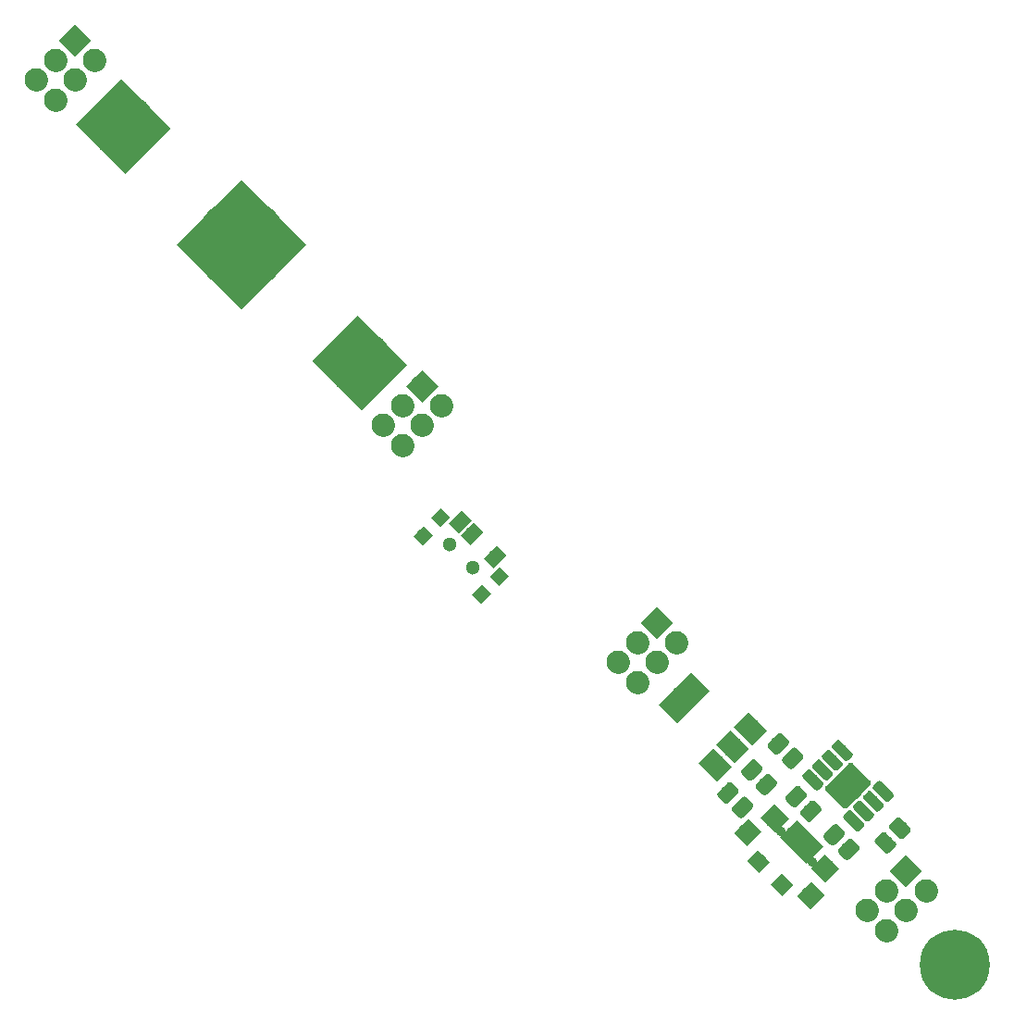
<source format=gbr>
G04 #@! TF.GenerationSoftware,KiCad,Pcbnew,5.1.2*
G04 #@! TF.CreationDate,2019-07-14T10:42:41-05:00*
G04 #@! TF.ProjectId,Master_Sword_(Ocarina_of_Time),4d617374-6572-45f5-9377-6f72645f284f,rev?*
G04 #@! TF.SameCoordinates,Original*
G04 #@! TF.FileFunction,Soldermask,Bot*
G04 #@! TF.FilePolarity,Negative*
%FSLAX46Y46*%
G04 Gerber Fmt 4.6, Leading zero omitted, Abs format (unit mm)*
G04 Created by KiCad (PCBNEW 5.1.2) date 2019-07-14 10:42:41*
%MOMM*%
%LPD*%
G04 APERTURE LIST*
%ADD10C,6.400000*%
%ADD11C,5.900000*%
%ADD12C,0.100000*%
%ADD13C,8.400000*%
%ADD14C,1.375000*%
%ADD15C,2.100000*%
%ADD16C,2.100000*%
%ADD17C,1.400000*%
%ADD18C,1.750000*%
%ADD19C,0.900000*%
%ADD20C,0.800000*%
%ADD21C,1.800000*%
%ADD22C,1.200000*%
%ADD23C,1.300000*%
%ADD24C,2.810000*%
%ADD25C,1.000000*%
%ADD26C,2.400000*%
%ADD27C,1.900000*%
G04 APERTURE END LIST*
D10*
X176031495Y-137656555D03*
D11*
X121548963Y-82634022D03*
D12*
G36*
X125897670Y-82810799D02*
G01*
X121725740Y-86982729D01*
X117200256Y-82457245D01*
X121372186Y-78285315D01*
X125897670Y-82810799D01*
X125897670Y-82810799D01*
G37*
D11*
X99911495Y-60996554D03*
D12*
G36*
X104260202Y-61173331D02*
G01*
X100088272Y-65345261D01*
X95562788Y-60819777D01*
X99734718Y-56647847D01*
X104260202Y-61173331D01*
X104260202Y-61173331D01*
G37*
D13*
X110730229Y-71815288D03*
D12*
G36*
X116669926Y-71815288D02*
G01*
X110730229Y-77754985D01*
X104790532Y-71815288D01*
X110730229Y-65875591D01*
X116669926Y-71815288D01*
X116669926Y-71815288D01*
G37*
G36*
X166501274Y-126123889D02*
G01*
X166534643Y-126128839D01*
X166567366Y-126137036D01*
X166599128Y-126148400D01*
X166629624Y-126162824D01*
X166658558Y-126180166D01*
X166685654Y-126200262D01*
X166710649Y-126222916D01*
X167196785Y-126709052D01*
X167219439Y-126734047D01*
X167239535Y-126761143D01*
X167256877Y-126790077D01*
X167271301Y-126820573D01*
X167282665Y-126852335D01*
X167290862Y-126885058D01*
X167295812Y-126918427D01*
X167297467Y-126952120D01*
X167295812Y-126985813D01*
X167290862Y-127019182D01*
X167282665Y-127051905D01*
X167271301Y-127083667D01*
X167256877Y-127114163D01*
X167239535Y-127143097D01*
X167219439Y-127170193D01*
X167196785Y-127195188D01*
X166410129Y-127981844D01*
X166385134Y-128004498D01*
X166358038Y-128024594D01*
X166329104Y-128041936D01*
X166298608Y-128056360D01*
X166266846Y-128067724D01*
X166234123Y-128075921D01*
X166200754Y-128080871D01*
X166167061Y-128082526D01*
X166133368Y-128080871D01*
X166099999Y-128075921D01*
X166067276Y-128067724D01*
X166035514Y-128056360D01*
X166005018Y-128041936D01*
X165976084Y-128024594D01*
X165948988Y-128004498D01*
X165923993Y-127981844D01*
X165437857Y-127495708D01*
X165415203Y-127470713D01*
X165395107Y-127443617D01*
X165377765Y-127414683D01*
X165363341Y-127384187D01*
X165351977Y-127352425D01*
X165343780Y-127319702D01*
X165338830Y-127286333D01*
X165337175Y-127252640D01*
X165338830Y-127218947D01*
X165343780Y-127185578D01*
X165351977Y-127152855D01*
X165363341Y-127121093D01*
X165377765Y-127090597D01*
X165395107Y-127061663D01*
X165415203Y-127034567D01*
X165437857Y-127009572D01*
X166224513Y-126222916D01*
X166249508Y-126200262D01*
X166276604Y-126180166D01*
X166305538Y-126162824D01*
X166336034Y-126148400D01*
X166367796Y-126137036D01*
X166400519Y-126128839D01*
X166433888Y-126123889D01*
X166467581Y-126122234D01*
X166501274Y-126123889D01*
X166501274Y-126123889D01*
G37*
D14*
X166317321Y-127102380D03*
D12*
G36*
X165175448Y-124798063D02*
G01*
X165208817Y-124803013D01*
X165241540Y-124811210D01*
X165273302Y-124822574D01*
X165303798Y-124836998D01*
X165332732Y-124854340D01*
X165359828Y-124874436D01*
X165384823Y-124897090D01*
X165870959Y-125383226D01*
X165893613Y-125408221D01*
X165913709Y-125435317D01*
X165931051Y-125464251D01*
X165945475Y-125494747D01*
X165956839Y-125526509D01*
X165965036Y-125559232D01*
X165969986Y-125592601D01*
X165971641Y-125626294D01*
X165969986Y-125659987D01*
X165965036Y-125693356D01*
X165956839Y-125726079D01*
X165945475Y-125757841D01*
X165931051Y-125788337D01*
X165913709Y-125817271D01*
X165893613Y-125844367D01*
X165870959Y-125869362D01*
X165084303Y-126656018D01*
X165059308Y-126678672D01*
X165032212Y-126698768D01*
X165003278Y-126716110D01*
X164972782Y-126730534D01*
X164941020Y-126741898D01*
X164908297Y-126750095D01*
X164874928Y-126755045D01*
X164841235Y-126756700D01*
X164807542Y-126755045D01*
X164774173Y-126750095D01*
X164741450Y-126741898D01*
X164709688Y-126730534D01*
X164679192Y-126716110D01*
X164650258Y-126698768D01*
X164623162Y-126678672D01*
X164598167Y-126656018D01*
X164112031Y-126169882D01*
X164089377Y-126144887D01*
X164069281Y-126117791D01*
X164051939Y-126088857D01*
X164037515Y-126058361D01*
X164026151Y-126026599D01*
X164017954Y-125993876D01*
X164013004Y-125960507D01*
X164011349Y-125926814D01*
X164013004Y-125893121D01*
X164017954Y-125859752D01*
X164026151Y-125827029D01*
X164037515Y-125795267D01*
X164051939Y-125764771D01*
X164069281Y-125735837D01*
X164089377Y-125708741D01*
X164112031Y-125683746D01*
X164898687Y-124897090D01*
X164923682Y-124874436D01*
X164950778Y-124854340D01*
X164979712Y-124836998D01*
X165010208Y-124822574D01*
X165041970Y-124811210D01*
X165074693Y-124803013D01*
X165108062Y-124798063D01*
X165141755Y-124796408D01*
X165175448Y-124798063D01*
X165175448Y-124798063D01*
G37*
D14*
X164991495Y-125776554D03*
D12*
G36*
X158955449Y-120208064D02*
G01*
X158988818Y-120213014D01*
X159021541Y-120221211D01*
X159053303Y-120232575D01*
X159083799Y-120246999D01*
X159112733Y-120264341D01*
X159139829Y-120284437D01*
X159164824Y-120307091D01*
X159650960Y-120793227D01*
X159673614Y-120818222D01*
X159693710Y-120845318D01*
X159711052Y-120874252D01*
X159725476Y-120904748D01*
X159736840Y-120936510D01*
X159745037Y-120969233D01*
X159749987Y-121002602D01*
X159751642Y-121036295D01*
X159749987Y-121069988D01*
X159745037Y-121103357D01*
X159736840Y-121136080D01*
X159725476Y-121167842D01*
X159711052Y-121198338D01*
X159693710Y-121227272D01*
X159673614Y-121254368D01*
X159650960Y-121279363D01*
X158864304Y-122066019D01*
X158839309Y-122088673D01*
X158812213Y-122108769D01*
X158783279Y-122126111D01*
X158752783Y-122140535D01*
X158721021Y-122151899D01*
X158688298Y-122160096D01*
X158654929Y-122165046D01*
X158621236Y-122166701D01*
X158587543Y-122165046D01*
X158554174Y-122160096D01*
X158521451Y-122151899D01*
X158489689Y-122140535D01*
X158459193Y-122126111D01*
X158430259Y-122108769D01*
X158403163Y-122088673D01*
X158378168Y-122066019D01*
X157892032Y-121579883D01*
X157869378Y-121554888D01*
X157849282Y-121527792D01*
X157831940Y-121498858D01*
X157817516Y-121468362D01*
X157806152Y-121436600D01*
X157797955Y-121403877D01*
X157793005Y-121370508D01*
X157791350Y-121336815D01*
X157793005Y-121303122D01*
X157797955Y-121269753D01*
X157806152Y-121237030D01*
X157817516Y-121205268D01*
X157831940Y-121174772D01*
X157849282Y-121145838D01*
X157869378Y-121118742D01*
X157892032Y-121093747D01*
X158678688Y-120307091D01*
X158703683Y-120284437D01*
X158730779Y-120264341D01*
X158759713Y-120246999D01*
X158790209Y-120232575D01*
X158821971Y-120221211D01*
X158854694Y-120213014D01*
X158888063Y-120208064D01*
X158921756Y-120206409D01*
X158955449Y-120208064D01*
X158955449Y-120208064D01*
G37*
D14*
X158771496Y-121186555D03*
D12*
G36*
X157629623Y-118882238D02*
G01*
X157662992Y-118887188D01*
X157695715Y-118895385D01*
X157727477Y-118906749D01*
X157757973Y-118921173D01*
X157786907Y-118938515D01*
X157814003Y-118958611D01*
X157838998Y-118981265D01*
X158325134Y-119467401D01*
X158347788Y-119492396D01*
X158367884Y-119519492D01*
X158385226Y-119548426D01*
X158399650Y-119578922D01*
X158411014Y-119610684D01*
X158419211Y-119643407D01*
X158424161Y-119676776D01*
X158425816Y-119710469D01*
X158424161Y-119744162D01*
X158419211Y-119777531D01*
X158411014Y-119810254D01*
X158399650Y-119842016D01*
X158385226Y-119872512D01*
X158367884Y-119901446D01*
X158347788Y-119928542D01*
X158325134Y-119953537D01*
X157538478Y-120740193D01*
X157513483Y-120762847D01*
X157486387Y-120782943D01*
X157457453Y-120800285D01*
X157426957Y-120814709D01*
X157395195Y-120826073D01*
X157362472Y-120834270D01*
X157329103Y-120839220D01*
X157295410Y-120840875D01*
X157261717Y-120839220D01*
X157228348Y-120834270D01*
X157195625Y-120826073D01*
X157163863Y-120814709D01*
X157133367Y-120800285D01*
X157104433Y-120782943D01*
X157077337Y-120762847D01*
X157052342Y-120740193D01*
X156566206Y-120254057D01*
X156543552Y-120229062D01*
X156523456Y-120201966D01*
X156506114Y-120173032D01*
X156491690Y-120142536D01*
X156480326Y-120110774D01*
X156472129Y-120078051D01*
X156467179Y-120044682D01*
X156465524Y-120010989D01*
X156467179Y-119977296D01*
X156472129Y-119943927D01*
X156480326Y-119911204D01*
X156491690Y-119879442D01*
X156506114Y-119848946D01*
X156523456Y-119820012D01*
X156543552Y-119792916D01*
X156566206Y-119767921D01*
X157352862Y-118981265D01*
X157377857Y-118958611D01*
X157404953Y-118938515D01*
X157433887Y-118921173D01*
X157464383Y-118906749D01*
X157496145Y-118895385D01*
X157528868Y-118887188D01*
X157562237Y-118882238D01*
X157595930Y-118880583D01*
X157629623Y-118882238D01*
X157629623Y-118882238D01*
G37*
D14*
X157445670Y-119860729D03*
D12*
G36*
X155449622Y-120972237D02*
G01*
X155482991Y-120977187D01*
X155515714Y-120985384D01*
X155547476Y-120996748D01*
X155577972Y-121011172D01*
X155606906Y-121028514D01*
X155634002Y-121048610D01*
X155658997Y-121071264D01*
X156145133Y-121557400D01*
X156167787Y-121582395D01*
X156187883Y-121609491D01*
X156205225Y-121638425D01*
X156219649Y-121668921D01*
X156231013Y-121700683D01*
X156239210Y-121733406D01*
X156244160Y-121766775D01*
X156245815Y-121800468D01*
X156244160Y-121834161D01*
X156239210Y-121867530D01*
X156231013Y-121900253D01*
X156219649Y-121932015D01*
X156205225Y-121962511D01*
X156187883Y-121991445D01*
X156167787Y-122018541D01*
X156145133Y-122043536D01*
X155358477Y-122830192D01*
X155333482Y-122852846D01*
X155306386Y-122872942D01*
X155277452Y-122890284D01*
X155246956Y-122904708D01*
X155215194Y-122916072D01*
X155182471Y-122924269D01*
X155149102Y-122929219D01*
X155115409Y-122930874D01*
X155081716Y-122929219D01*
X155048347Y-122924269D01*
X155015624Y-122916072D01*
X154983862Y-122904708D01*
X154953366Y-122890284D01*
X154924432Y-122872942D01*
X154897336Y-122852846D01*
X154872341Y-122830192D01*
X154386205Y-122344056D01*
X154363551Y-122319061D01*
X154343455Y-122291965D01*
X154326113Y-122263031D01*
X154311689Y-122232535D01*
X154300325Y-122200773D01*
X154292128Y-122168050D01*
X154287178Y-122134681D01*
X154285523Y-122100988D01*
X154287178Y-122067295D01*
X154292128Y-122033926D01*
X154300325Y-122001203D01*
X154311689Y-121969441D01*
X154326113Y-121938945D01*
X154343455Y-121910011D01*
X154363551Y-121882915D01*
X154386205Y-121857920D01*
X155172861Y-121071264D01*
X155197856Y-121048610D01*
X155224952Y-121028514D01*
X155253886Y-121011172D01*
X155284382Y-120996748D01*
X155316144Y-120985384D01*
X155348867Y-120977187D01*
X155382236Y-120972237D01*
X155415929Y-120970582D01*
X155449622Y-120972237D01*
X155449622Y-120972237D01*
G37*
D14*
X155265669Y-121950728D03*
D12*
G36*
X156775448Y-122298063D02*
G01*
X156808817Y-122303013D01*
X156841540Y-122311210D01*
X156873302Y-122322574D01*
X156903798Y-122336998D01*
X156932732Y-122354340D01*
X156959828Y-122374436D01*
X156984823Y-122397090D01*
X157470959Y-122883226D01*
X157493613Y-122908221D01*
X157513709Y-122935317D01*
X157531051Y-122964251D01*
X157545475Y-122994747D01*
X157556839Y-123026509D01*
X157565036Y-123059232D01*
X157569986Y-123092601D01*
X157571641Y-123126294D01*
X157569986Y-123159987D01*
X157565036Y-123193356D01*
X157556839Y-123226079D01*
X157545475Y-123257841D01*
X157531051Y-123288337D01*
X157513709Y-123317271D01*
X157493613Y-123344367D01*
X157470959Y-123369362D01*
X156684303Y-124156018D01*
X156659308Y-124178672D01*
X156632212Y-124198768D01*
X156603278Y-124216110D01*
X156572782Y-124230534D01*
X156541020Y-124241898D01*
X156508297Y-124250095D01*
X156474928Y-124255045D01*
X156441235Y-124256700D01*
X156407542Y-124255045D01*
X156374173Y-124250095D01*
X156341450Y-124241898D01*
X156309688Y-124230534D01*
X156279192Y-124216110D01*
X156250258Y-124198768D01*
X156223162Y-124178672D01*
X156198167Y-124156018D01*
X155712031Y-123669882D01*
X155689377Y-123644887D01*
X155669281Y-123617791D01*
X155651939Y-123588857D01*
X155637515Y-123558361D01*
X155626151Y-123526599D01*
X155617954Y-123493876D01*
X155613004Y-123460507D01*
X155611349Y-123426814D01*
X155613004Y-123393121D01*
X155617954Y-123359752D01*
X155626151Y-123327029D01*
X155637515Y-123295267D01*
X155651939Y-123264771D01*
X155669281Y-123235837D01*
X155689377Y-123208741D01*
X155712031Y-123183746D01*
X156498687Y-122397090D01*
X156523682Y-122374436D01*
X156550778Y-122354340D01*
X156579712Y-122336998D01*
X156610208Y-122322574D01*
X156641970Y-122311210D01*
X156674693Y-122303013D01*
X156708062Y-122298063D01*
X156741755Y-122296408D01*
X156775448Y-122298063D01*
X156775448Y-122298063D01*
G37*
D14*
X156591495Y-123276554D03*
D12*
G36*
X161368361Y-117810977D02*
G01*
X161401730Y-117815927D01*
X161434453Y-117824124D01*
X161466215Y-117835488D01*
X161496711Y-117849912D01*
X161525645Y-117867254D01*
X161552741Y-117887350D01*
X161577736Y-117910004D01*
X162063872Y-118396140D01*
X162086526Y-118421135D01*
X162106622Y-118448231D01*
X162123964Y-118477165D01*
X162138388Y-118507661D01*
X162149752Y-118539423D01*
X162157949Y-118572146D01*
X162162899Y-118605515D01*
X162164554Y-118639208D01*
X162162899Y-118672901D01*
X162157949Y-118706270D01*
X162149752Y-118738993D01*
X162138388Y-118770755D01*
X162123964Y-118801251D01*
X162106622Y-118830185D01*
X162086526Y-118857281D01*
X162063872Y-118882276D01*
X161277216Y-119668932D01*
X161252221Y-119691586D01*
X161225125Y-119711682D01*
X161196191Y-119729024D01*
X161165695Y-119743448D01*
X161133933Y-119754812D01*
X161101210Y-119763009D01*
X161067841Y-119767959D01*
X161034148Y-119769614D01*
X161000455Y-119767959D01*
X160967086Y-119763009D01*
X160934363Y-119754812D01*
X160902601Y-119743448D01*
X160872105Y-119729024D01*
X160843171Y-119711682D01*
X160816075Y-119691586D01*
X160791080Y-119668932D01*
X160304944Y-119182796D01*
X160282290Y-119157801D01*
X160262194Y-119130705D01*
X160244852Y-119101771D01*
X160230428Y-119071275D01*
X160219064Y-119039513D01*
X160210867Y-119006790D01*
X160205917Y-118973421D01*
X160204262Y-118939728D01*
X160205917Y-118906035D01*
X160210867Y-118872666D01*
X160219064Y-118839943D01*
X160230428Y-118808181D01*
X160244852Y-118777685D01*
X160262194Y-118748751D01*
X160282290Y-118721655D01*
X160304944Y-118696660D01*
X161091600Y-117910004D01*
X161116595Y-117887350D01*
X161143691Y-117867254D01*
X161172625Y-117849912D01*
X161203121Y-117835488D01*
X161234883Y-117824124D01*
X161267606Y-117815927D01*
X161300975Y-117810977D01*
X161334668Y-117809322D01*
X161368361Y-117810977D01*
X161368361Y-117810977D01*
G37*
D14*
X161184408Y-118789468D03*
D12*
G36*
X160042535Y-116485151D02*
G01*
X160075904Y-116490101D01*
X160108627Y-116498298D01*
X160140389Y-116509662D01*
X160170885Y-116524086D01*
X160199819Y-116541428D01*
X160226915Y-116561524D01*
X160251910Y-116584178D01*
X160738046Y-117070314D01*
X160760700Y-117095309D01*
X160780796Y-117122405D01*
X160798138Y-117151339D01*
X160812562Y-117181835D01*
X160823926Y-117213597D01*
X160832123Y-117246320D01*
X160837073Y-117279689D01*
X160838728Y-117313382D01*
X160837073Y-117347075D01*
X160832123Y-117380444D01*
X160823926Y-117413167D01*
X160812562Y-117444929D01*
X160798138Y-117475425D01*
X160780796Y-117504359D01*
X160760700Y-117531455D01*
X160738046Y-117556450D01*
X159951390Y-118343106D01*
X159926395Y-118365760D01*
X159899299Y-118385856D01*
X159870365Y-118403198D01*
X159839869Y-118417622D01*
X159808107Y-118428986D01*
X159775384Y-118437183D01*
X159742015Y-118442133D01*
X159708322Y-118443788D01*
X159674629Y-118442133D01*
X159641260Y-118437183D01*
X159608537Y-118428986D01*
X159576775Y-118417622D01*
X159546279Y-118403198D01*
X159517345Y-118385856D01*
X159490249Y-118365760D01*
X159465254Y-118343106D01*
X158979118Y-117856970D01*
X158956464Y-117831975D01*
X158936368Y-117804879D01*
X158919026Y-117775945D01*
X158904602Y-117745449D01*
X158893238Y-117713687D01*
X158885041Y-117680964D01*
X158880091Y-117647595D01*
X158878436Y-117613902D01*
X158880091Y-117580209D01*
X158885041Y-117546840D01*
X158893238Y-117514117D01*
X158904602Y-117482355D01*
X158919026Y-117451859D01*
X158936368Y-117422925D01*
X158956464Y-117395829D01*
X158979118Y-117370834D01*
X159765774Y-116584178D01*
X159790769Y-116561524D01*
X159817865Y-116541428D01*
X159846799Y-116524086D01*
X159877295Y-116509662D01*
X159909057Y-116498298D01*
X159941780Y-116490101D01*
X159975149Y-116485151D01*
X160008842Y-116483496D01*
X160042535Y-116485151D01*
X160042535Y-116485151D01*
G37*
D14*
X159858582Y-117463642D03*
D15*
X169761495Y-134496555D03*
D16*
X169761495Y-134496555D02*
X169761495Y-134496555D01*
D15*
X167965444Y-132700503D03*
D16*
X167965444Y-132700503D02*
X167965444Y-132700503D01*
D15*
X171557546Y-132700503D03*
D16*
X171557546Y-132700503D02*
X171557546Y-132700503D01*
D15*
X169761495Y-130904452D03*
D16*
X169761495Y-130904452D02*
X169761495Y-130904452D01*
D15*
X173353597Y-130904452D03*
D16*
X173353597Y-130904452D02*
X173353597Y-130904452D01*
D15*
X171557546Y-129108401D03*
D12*
G36*
X170072622Y-129108401D02*
G01*
X171557546Y-127623477D01*
X173042470Y-129108401D01*
X171557546Y-130593325D01*
X170072622Y-129108401D01*
X170072622Y-129108401D01*
G37*
D15*
X148771495Y-106416554D03*
D12*
G36*
X147286571Y-106416554D02*
G01*
X148771495Y-104931630D01*
X150256419Y-106416554D01*
X148771495Y-107901478D01*
X147286571Y-106416554D01*
X147286571Y-106416554D01*
G37*
D15*
X150567546Y-108212605D03*
D16*
X150567546Y-108212605D02*
X150567546Y-108212605D01*
D15*
X146975444Y-108212605D03*
D16*
X146975444Y-108212605D02*
X146975444Y-108212605D01*
D15*
X148771495Y-110008656D03*
D16*
X148771495Y-110008656D02*
X148771495Y-110008656D01*
D15*
X145179393Y-110008656D03*
D16*
X145179393Y-110008656D02*
X145179393Y-110008656D01*
D15*
X146975444Y-111804708D03*
D16*
X146975444Y-111804708D02*
X146975444Y-111804708D01*
D15*
X127261496Y-84756555D03*
D12*
G36*
X125776572Y-84756555D02*
G01*
X127261496Y-83271631D01*
X128746420Y-84756555D01*
X127261496Y-86241479D01*
X125776572Y-84756555D01*
X125776572Y-84756555D01*
G37*
D15*
X129057547Y-86552606D03*
D16*
X129057547Y-86552606D02*
X129057547Y-86552606D01*
D15*
X125465445Y-86552606D03*
D16*
X125465445Y-86552606D02*
X125465445Y-86552606D01*
D15*
X127261496Y-88348657D03*
D16*
X127261496Y-88348657D02*
X127261496Y-88348657D01*
D15*
X123669394Y-88348657D03*
D16*
X123669394Y-88348657D02*
X123669394Y-88348657D01*
D15*
X125465445Y-90144709D03*
D16*
X125465445Y-90144709D02*
X125465445Y-90144709D01*
D15*
X93695444Y-58552607D03*
D16*
X93695444Y-58552607D02*
X93695444Y-58552607D01*
D15*
X91899393Y-56756555D03*
D16*
X91899393Y-56756555D02*
X91899393Y-56756555D01*
D15*
X95491495Y-56756555D03*
D16*
X95491495Y-56756555D02*
X95491495Y-56756555D01*
D15*
X93695444Y-54960504D03*
D16*
X93695444Y-54960504D02*
X93695444Y-54960504D01*
D15*
X97287546Y-54960504D03*
D16*
X97287546Y-54960504D02*
X97287546Y-54960504D01*
D15*
X95491495Y-53164453D03*
D12*
G36*
X94006571Y-53164453D02*
G01*
X95491495Y-51679529D01*
X96976419Y-53164453D01*
X95491495Y-54649377D01*
X94006571Y-53164453D01*
X94006571Y-53164453D01*
G37*
D17*
X158056571Y-128226352D03*
D12*
G36*
X159081876Y-128261707D02*
G01*
X158091926Y-129251657D01*
X157031266Y-128190997D01*
X158021216Y-127201047D01*
X159081876Y-128261707D01*
X159081876Y-128261707D01*
G37*
D17*
X160177891Y-130347672D03*
D12*
G36*
X161203196Y-130383027D02*
G01*
X160213246Y-131372977D01*
X159152586Y-130312317D01*
X160142536Y-129322367D01*
X161203196Y-130383027D01*
X161203196Y-130383027D01*
G37*
D18*
X157070157Y-125571166D03*
D12*
G36*
X158360627Y-125518133D02*
G01*
X157017124Y-126861636D01*
X155779687Y-125624199D01*
X157123190Y-124280696D01*
X158360627Y-125518133D01*
X158360627Y-125518133D01*
G37*
D18*
X162833077Y-131334086D03*
D12*
G36*
X164123547Y-131281053D02*
G01*
X162780044Y-132624556D01*
X161542607Y-131387119D01*
X162886110Y-130043616D01*
X164123547Y-131281053D01*
X164123547Y-131281053D01*
G37*
D19*
X160107180Y-125468636D03*
X162935607Y-128297063D03*
D20*
X161061774Y-125503991D03*
D12*
G36*
X162122434Y-125009016D02*
G01*
X160566799Y-126564651D01*
X160001114Y-125998966D01*
X161556749Y-124443331D01*
X162122434Y-125009016D01*
X162122434Y-125009016D01*
G37*
D20*
X162900252Y-127342469D03*
D12*
G36*
X163960912Y-126847494D02*
G01*
X162405277Y-128403129D01*
X161839592Y-127837444D01*
X163395227Y-126281809D01*
X163960912Y-126847494D01*
X163960912Y-126847494D01*
G37*
D20*
X161521394Y-125963610D03*
D12*
G36*
X162582054Y-125468635D02*
G01*
X161026419Y-127024270D01*
X160460734Y-126458585D01*
X162016369Y-124902950D01*
X162582054Y-125468635D01*
X162582054Y-125468635D01*
G37*
D20*
X162440633Y-126882849D03*
D12*
G36*
X163501293Y-126387874D02*
G01*
X161945658Y-127943509D01*
X161379973Y-127377824D01*
X162935608Y-125822189D01*
X163501293Y-126387874D01*
X163501293Y-126387874D01*
G37*
D20*
X161981013Y-126423230D03*
D12*
G36*
X163041673Y-125928255D02*
G01*
X161486038Y-127483890D01*
X160920353Y-126918205D01*
X162475988Y-125362570D01*
X163041673Y-125928255D01*
X163041673Y-125928255D01*
G37*
D21*
X159541495Y-124266554D03*
D12*
G36*
X160849643Y-124301909D02*
G01*
X159576850Y-125574702D01*
X158233347Y-124231199D01*
X159506140Y-122958406D01*
X160849643Y-124301909D01*
X160849643Y-124301909D01*
G37*
D21*
X164137689Y-128862748D03*
D12*
G36*
X165445837Y-128898103D02*
G01*
X164173044Y-130170896D01*
X162829541Y-128827393D01*
X164102334Y-127554600D01*
X165445837Y-128898103D01*
X165445837Y-128898103D01*
G37*
G36*
X170880754Y-124202237D02*
G01*
X170914123Y-124207187D01*
X170946846Y-124215384D01*
X170978608Y-124226748D01*
X171009104Y-124241172D01*
X171038038Y-124258514D01*
X171065134Y-124278610D01*
X171090129Y-124301264D01*
X171876785Y-125087920D01*
X171899439Y-125112915D01*
X171919535Y-125140011D01*
X171936877Y-125168945D01*
X171951301Y-125199441D01*
X171962665Y-125231203D01*
X171970862Y-125263926D01*
X171975812Y-125297295D01*
X171977467Y-125330988D01*
X171975812Y-125364681D01*
X171970862Y-125398050D01*
X171962665Y-125430773D01*
X171951301Y-125462535D01*
X171936877Y-125493031D01*
X171919535Y-125521965D01*
X171899439Y-125549061D01*
X171876785Y-125574056D01*
X171390649Y-126060192D01*
X171365654Y-126082846D01*
X171338558Y-126102942D01*
X171309624Y-126120284D01*
X171279128Y-126134708D01*
X171247366Y-126146072D01*
X171214643Y-126154269D01*
X171181274Y-126159219D01*
X171147581Y-126160874D01*
X171113888Y-126159219D01*
X171080519Y-126154269D01*
X171047796Y-126146072D01*
X171016034Y-126134708D01*
X170985538Y-126120284D01*
X170956604Y-126102942D01*
X170929508Y-126082846D01*
X170904513Y-126060192D01*
X170117857Y-125273536D01*
X170095203Y-125248541D01*
X170075107Y-125221445D01*
X170057765Y-125192511D01*
X170043341Y-125162015D01*
X170031977Y-125130253D01*
X170023780Y-125097530D01*
X170018830Y-125064161D01*
X170017175Y-125030468D01*
X170018830Y-124996775D01*
X170023780Y-124963406D01*
X170031977Y-124930683D01*
X170043341Y-124898921D01*
X170057765Y-124868425D01*
X170075107Y-124839491D01*
X170095203Y-124812395D01*
X170117857Y-124787400D01*
X170603993Y-124301264D01*
X170628988Y-124278610D01*
X170656084Y-124258514D01*
X170685018Y-124241172D01*
X170715514Y-124226748D01*
X170747276Y-124215384D01*
X170779999Y-124207187D01*
X170813368Y-124202237D01*
X170847061Y-124200582D01*
X170880754Y-124202237D01*
X170880754Y-124202237D01*
G37*
D14*
X170997321Y-125180728D03*
D12*
G36*
X169554928Y-125528063D02*
G01*
X169588297Y-125533013D01*
X169621020Y-125541210D01*
X169652782Y-125552574D01*
X169683278Y-125566998D01*
X169712212Y-125584340D01*
X169739308Y-125604436D01*
X169764303Y-125627090D01*
X170550959Y-126413746D01*
X170573613Y-126438741D01*
X170593709Y-126465837D01*
X170611051Y-126494771D01*
X170625475Y-126525267D01*
X170636839Y-126557029D01*
X170645036Y-126589752D01*
X170649986Y-126623121D01*
X170651641Y-126656814D01*
X170649986Y-126690507D01*
X170645036Y-126723876D01*
X170636839Y-126756599D01*
X170625475Y-126788361D01*
X170611051Y-126818857D01*
X170593709Y-126847791D01*
X170573613Y-126874887D01*
X170550959Y-126899882D01*
X170064823Y-127386018D01*
X170039828Y-127408672D01*
X170012732Y-127428768D01*
X169983798Y-127446110D01*
X169953302Y-127460534D01*
X169921540Y-127471898D01*
X169888817Y-127480095D01*
X169855448Y-127485045D01*
X169821755Y-127486700D01*
X169788062Y-127485045D01*
X169754693Y-127480095D01*
X169721970Y-127471898D01*
X169690208Y-127460534D01*
X169659712Y-127446110D01*
X169630778Y-127428768D01*
X169603682Y-127408672D01*
X169578687Y-127386018D01*
X168792031Y-126599362D01*
X168769377Y-126574367D01*
X168749281Y-126547271D01*
X168731939Y-126518337D01*
X168717515Y-126487841D01*
X168706151Y-126456079D01*
X168697954Y-126423356D01*
X168693004Y-126389987D01*
X168691349Y-126356294D01*
X168693004Y-126322601D01*
X168697954Y-126289232D01*
X168706151Y-126256509D01*
X168717515Y-126224747D01*
X168731939Y-126194251D01*
X168749281Y-126165317D01*
X168769377Y-126138221D01*
X168792031Y-126113226D01*
X169278167Y-125627090D01*
X169303162Y-125604436D01*
X169330258Y-125584340D01*
X169359192Y-125566998D01*
X169389688Y-125552574D01*
X169421450Y-125541210D01*
X169454173Y-125533013D01*
X169487542Y-125528063D01*
X169521235Y-125526408D01*
X169554928Y-125528063D01*
X169554928Y-125528063D01*
G37*
D14*
X169671495Y-126506554D03*
D12*
G36*
X163005449Y-122638064D02*
G01*
X163038818Y-122643014D01*
X163071541Y-122651211D01*
X163103303Y-122662575D01*
X163133799Y-122676999D01*
X163162733Y-122694341D01*
X163189829Y-122714437D01*
X163214824Y-122737091D01*
X163700960Y-123223227D01*
X163723614Y-123248222D01*
X163743710Y-123275318D01*
X163761052Y-123304252D01*
X163775476Y-123334748D01*
X163786840Y-123366510D01*
X163795037Y-123399233D01*
X163799987Y-123432602D01*
X163801642Y-123466295D01*
X163799987Y-123499988D01*
X163795037Y-123533357D01*
X163786840Y-123566080D01*
X163775476Y-123597842D01*
X163761052Y-123628338D01*
X163743710Y-123657272D01*
X163723614Y-123684368D01*
X163700960Y-123709363D01*
X162914304Y-124496019D01*
X162889309Y-124518673D01*
X162862213Y-124538769D01*
X162833279Y-124556111D01*
X162802783Y-124570535D01*
X162771021Y-124581899D01*
X162738298Y-124590096D01*
X162704929Y-124595046D01*
X162671236Y-124596701D01*
X162637543Y-124595046D01*
X162604174Y-124590096D01*
X162571451Y-124581899D01*
X162539689Y-124570535D01*
X162509193Y-124556111D01*
X162480259Y-124538769D01*
X162453163Y-124518673D01*
X162428168Y-124496019D01*
X161942032Y-124009883D01*
X161919378Y-123984888D01*
X161899282Y-123957792D01*
X161881940Y-123928858D01*
X161867516Y-123898362D01*
X161856152Y-123866600D01*
X161847955Y-123833877D01*
X161843005Y-123800508D01*
X161841350Y-123766815D01*
X161843005Y-123733122D01*
X161847955Y-123699753D01*
X161856152Y-123667030D01*
X161867516Y-123635268D01*
X161881940Y-123604772D01*
X161899282Y-123575838D01*
X161919378Y-123548742D01*
X161942032Y-123523747D01*
X162728688Y-122737091D01*
X162753683Y-122714437D01*
X162780779Y-122694341D01*
X162809713Y-122676999D01*
X162840209Y-122662575D01*
X162871971Y-122651211D01*
X162904694Y-122643014D01*
X162938063Y-122638064D01*
X162971756Y-122636409D01*
X163005449Y-122638064D01*
X163005449Y-122638064D01*
G37*
D14*
X162821496Y-123616555D03*
D12*
G36*
X161679623Y-121312238D02*
G01*
X161712992Y-121317188D01*
X161745715Y-121325385D01*
X161777477Y-121336749D01*
X161807973Y-121351173D01*
X161836907Y-121368515D01*
X161864003Y-121388611D01*
X161888998Y-121411265D01*
X162375134Y-121897401D01*
X162397788Y-121922396D01*
X162417884Y-121949492D01*
X162435226Y-121978426D01*
X162449650Y-122008922D01*
X162461014Y-122040684D01*
X162469211Y-122073407D01*
X162474161Y-122106776D01*
X162475816Y-122140469D01*
X162474161Y-122174162D01*
X162469211Y-122207531D01*
X162461014Y-122240254D01*
X162449650Y-122272016D01*
X162435226Y-122302512D01*
X162417884Y-122331446D01*
X162397788Y-122358542D01*
X162375134Y-122383537D01*
X161588478Y-123170193D01*
X161563483Y-123192847D01*
X161536387Y-123212943D01*
X161507453Y-123230285D01*
X161476957Y-123244709D01*
X161445195Y-123256073D01*
X161412472Y-123264270D01*
X161379103Y-123269220D01*
X161345410Y-123270875D01*
X161311717Y-123269220D01*
X161278348Y-123264270D01*
X161245625Y-123256073D01*
X161213863Y-123244709D01*
X161183367Y-123230285D01*
X161154433Y-123212943D01*
X161127337Y-123192847D01*
X161102342Y-123170193D01*
X160616206Y-122684057D01*
X160593552Y-122659062D01*
X160573456Y-122631966D01*
X160556114Y-122603032D01*
X160541690Y-122572536D01*
X160530326Y-122540774D01*
X160522129Y-122508051D01*
X160517179Y-122474682D01*
X160515524Y-122440989D01*
X160517179Y-122407296D01*
X160522129Y-122373927D01*
X160530326Y-122341204D01*
X160541690Y-122309442D01*
X160556114Y-122278946D01*
X160573456Y-122250012D01*
X160593552Y-122222916D01*
X160616206Y-122197921D01*
X161402862Y-121411265D01*
X161427857Y-121388611D01*
X161454953Y-121368515D01*
X161483887Y-121351173D01*
X161514383Y-121336749D01*
X161546145Y-121325385D01*
X161578868Y-121317188D01*
X161612237Y-121312238D01*
X161645930Y-121310583D01*
X161679623Y-121312238D01*
X161679623Y-121312238D01*
G37*
D14*
X161495670Y-122290729D03*
D22*
X127351316Y-98402722D03*
D12*
G36*
X126467433Y-98438077D02*
G01*
X127386671Y-97518839D01*
X128235199Y-98367367D01*
X127315961Y-99286605D01*
X126467433Y-98438077D01*
X126467433Y-98438077D01*
G37*
D22*
X132725328Y-103776734D03*
D12*
G36*
X131841445Y-103812089D02*
G01*
X132760683Y-102892851D01*
X133609211Y-103741379D01*
X132689973Y-104660617D01*
X131841445Y-103812089D01*
X131841445Y-103812089D01*
G37*
D22*
X134358745Y-102157459D03*
D12*
G36*
X133474862Y-102192814D02*
G01*
X134394100Y-101273576D01*
X135242628Y-102122104D01*
X134323390Y-103041342D01*
X133474862Y-102192814D01*
X133474862Y-102192814D01*
G37*
D22*
X128977662Y-96776376D03*
D12*
G36*
X128093779Y-96811731D02*
G01*
X129013017Y-95892493D01*
X129861545Y-96741021D01*
X128942307Y-97660259D01*
X128093779Y-96811731D01*
X128093779Y-96811731D01*
G37*
D23*
X130763107Y-97182963D03*
D12*
G36*
X129720124Y-97306707D02*
G01*
X130886851Y-96139980D01*
X131806090Y-97059219D01*
X130639363Y-98225946D01*
X129720124Y-97306707D01*
X129720124Y-97306707D01*
G37*
D23*
X131823767Y-98243623D03*
D12*
G36*
X130780784Y-98367367D02*
G01*
X131947511Y-97200640D01*
X132866750Y-98119879D01*
X131700023Y-99286606D01*
X130780784Y-98367367D01*
X130780784Y-98367367D01*
G37*
D23*
X133945087Y-100364943D03*
D12*
G36*
X132902104Y-100488687D02*
G01*
X134068831Y-99321960D01*
X134988070Y-100241199D01*
X133821343Y-101407926D01*
X132902104Y-100488687D01*
X132902104Y-100488687D01*
G37*
D23*
X131912155Y-101337215D03*
X129790835Y-99215895D03*
D12*
G36*
X166514019Y-119177777D02*
G01*
X166542315Y-119181974D01*
X166570064Y-119188925D01*
X166596997Y-119198562D01*
X166622856Y-119210792D01*
X166647392Y-119225498D01*
X166670369Y-119242539D01*
X166691564Y-119261749D01*
X168266302Y-120836487D01*
X168285512Y-120857682D01*
X168302553Y-120880659D01*
X168317259Y-120905195D01*
X168329489Y-120931054D01*
X168339126Y-120957987D01*
X168346077Y-120985736D01*
X168350274Y-121014032D01*
X168351678Y-121042603D01*
X168350274Y-121071174D01*
X168346077Y-121099470D01*
X168339126Y-121127219D01*
X168329489Y-121154152D01*
X168317259Y-121180011D01*
X168302553Y-121204547D01*
X168285512Y-121227524D01*
X168266302Y-121248719D01*
X166203660Y-123311361D01*
X166182465Y-123330571D01*
X166159488Y-123347612D01*
X166134952Y-123362318D01*
X166109093Y-123374548D01*
X166082160Y-123384185D01*
X166054411Y-123391136D01*
X166026115Y-123395333D01*
X165997544Y-123396737D01*
X165968973Y-123395333D01*
X165940677Y-123391136D01*
X165912928Y-123384185D01*
X165885995Y-123374548D01*
X165860136Y-123362318D01*
X165835600Y-123347612D01*
X165812623Y-123330571D01*
X165791428Y-123311361D01*
X164216690Y-121736623D01*
X164197480Y-121715428D01*
X164180439Y-121692451D01*
X164165733Y-121667915D01*
X164153503Y-121642056D01*
X164143866Y-121615123D01*
X164136915Y-121587374D01*
X164132718Y-121559078D01*
X164131314Y-121530507D01*
X164132718Y-121501936D01*
X164136915Y-121473640D01*
X164143866Y-121445891D01*
X164153503Y-121418958D01*
X164165733Y-121393099D01*
X164180439Y-121368563D01*
X164197480Y-121345586D01*
X164216690Y-121324391D01*
X166279332Y-119261749D01*
X166300527Y-119242539D01*
X166323504Y-119225498D01*
X166348040Y-119210792D01*
X166373899Y-119198562D01*
X166400832Y-119188925D01*
X166428581Y-119181974D01*
X166456877Y-119177777D01*
X166485448Y-119176373D01*
X166514019Y-119177777D01*
X166514019Y-119177777D01*
G37*
D24*
X166241496Y-121286555D03*
D12*
G36*
X169133318Y-120857447D02*
G01*
X169157587Y-120861047D01*
X169181385Y-120867008D01*
X169204485Y-120875273D01*
X169226663Y-120885763D01*
X169247707Y-120898376D01*
X169267412Y-120912990D01*
X169285591Y-120929466D01*
X170346251Y-121990126D01*
X170362727Y-122008305D01*
X170377341Y-122028010D01*
X170389954Y-122049054D01*
X170400444Y-122071232D01*
X170408709Y-122094332D01*
X170414670Y-122118130D01*
X170418270Y-122142399D01*
X170419474Y-122166903D01*
X170418270Y-122191407D01*
X170414670Y-122215676D01*
X170408709Y-122239474D01*
X170400444Y-122262574D01*
X170389954Y-122284752D01*
X170377341Y-122305796D01*
X170362727Y-122325501D01*
X170346251Y-122343680D01*
X169992697Y-122697234D01*
X169974518Y-122713710D01*
X169954813Y-122728324D01*
X169933769Y-122740937D01*
X169911591Y-122751427D01*
X169888491Y-122759692D01*
X169864693Y-122765653D01*
X169840424Y-122769253D01*
X169815920Y-122770457D01*
X169791416Y-122769253D01*
X169767147Y-122765653D01*
X169743349Y-122759692D01*
X169720249Y-122751427D01*
X169698071Y-122740937D01*
X169677027Y-122728324D01*
X169657322Y-122713710D01*
X169639143Y-122697234D01*
X168578483Y-121636574D01*
X168562007Y-121618395D01*
X168547393Y-121598690D01*
X168534780Y-121577646D01*
X168524290Y-121555468D01*
X168516025Y-121532368D01*
X168510064Y-121508570D01*
X168506464Y-121484301D01*
X168505260Y-121459797D01*
X168506464Y-121435293D01*
X168510064Y-121411024D01*
X168516025Y-121387226D01*
X168524290Y-121364126D01*
X168534780Y-121341948D01*
X168547393Y-121320904D01*
X168562007Y-121301199D01*
X168578483Y-121283020D01*
X168932037Y-120929466D01*
X168950216Y-120912990D01*
X168969921Y-120898376D01*
X168990965Y-120885763D01*
X169013143Y-120875273D01*
X169036243Y-120867008D01*
X169060041Y-120861047D01*
X169084310Y-120857447D01*
X169108814Y-120856243D01*
X169133318Y-120857447D01*
X169133318Y-120857447D01*
G37*
D25*
X169462367Y-121813350D03*
D12*
G36*
X168235293Y-121755472D02*
G01*
X168259562Y-121759072D01*
X168283360Y-121765033D01*
X168306460Y-121773298D01*
X168328638Y-121783788D01*
X168349682Y-121796401D01*
X168369387Y-121811015D01*
X168387566Y-121827491D01*
X169448226Y-122888151D01*
X169464702Y-122906330D01*
X169479316Y-122926035D01*
X169491929Y-122947079D01*
X169502419Y-122969257D01*
X169510684Y-122992357D01*
X169516645Y-123016155D01*
X169520245Y-123040424D01*
X169521449Y-123064928D01*
X169520245Y-123089432D01*
X169516645Y-123113701D01*
X169510684Y-123137499D01*
X169502419Y-123160599D01*
X169491929Y-123182777D01*
X169479316Y-123203821D01*
X169464702Y-123223526D01*
X169448226Y-123241705D01*
X169094672Y-123595259D01*
X169076493Y-123611735D01*
X169056788Y-123626349D01*
X169035744Y-123638962D01*
X169013566Y-123649452D01*
X168990466Y-123657717D01*
X168966668Y-123663678D01*
X168942399Y-123667278D01*
X168917895Y-123668482D01*
X168893391Y-123667278D01*
X168869122Y-123663678D01*
X168845324Y-123657717D01*
X168822224Y-123649452D01*
X168800046Y-123638962D01*
X168779002Y-123626349D01*
X168759297Y-123611735D01*
X168741118Y-123595259D01*
X167680458Y-122534599D01*
X167663982Y-122516420D01*
X167649368Y-122496715D01*
X167636755Y-122475671D01*
X167626265Y-122453493D01*
X167618000Y-122430393D01*
X167612039Y-122406595D01*
X167608439Y-122382326D01*
X167607235Y-122357822D01*
X167608439Y-122333318D01*
X167612039Y-122309049D01*
X167618000Y-122285251D01*
X167626265Y-122262151D01*
X167636755Y-122239973D01*
X167649368Y-122218929D01*
X167663982Y-122199224D01*
X167680458Y-122181045D01*
X168034012Y-121827491D01*
X168052191Y-121811015D01*
X168071896Y-121796401D01*
X168092940Y-121783788D01*
X168115118Y-121773298D01*
X168138218Y-121765033D01*
X168162016Y-121759072D01*
X168186285Y-121755472D01*
X168210789Y-121754268D01*
X168235293Y-121755472D01*
X168235293Y-121755472D01*
G37*
D25*
X168564342Y-122711375D03*
D12*
G36*
X167337267Y-122653498D02*
G01*
X167361536Y-122657098D01*
X167385334Y-122663059D01*
X167408434Y-122671324D01*
X167430612Y-122681814D01*
X167451656Y-122694427D01*
X167471361Y-122709041D01*
X167489540Y-122725517D01*
X168550200Y-123786177D01*
X168566676Y-123804356D01*
X168581290Y-123824061D01*
X168593903Y-123845105D01*
X168604393Y-123867283D01*
X168612658Y-123890383D01*
X168618619Y-123914181D01*
X168622219Y-123938450D01*
X168623423Y-123962954D01*
X168622219Y-123987458D01*
X168618619Y-124011727D01*
X168612658Y-124035525D01*
X168604393Y-124058625D01*
X168593903Y-124080803D01*
X168581290Y-124101847D01*
X168566676Y-124121552D01*
X168550200Y-124139731D01*
X168196646Y-124493285D01*
X168178467Y-124509761D01*
X168158762Y-124524375D01*
X168137718Y-124536988D01*
X168115540Y-124547478D01*
X168092440Y-124555743D01*
X168068642Y-124561704D01*
X168044373Y-124565304D01*
X168019869Y-124566508D01*
X167995365Y-124565304D01*
X167971096Y-124561704D01*
X167947298Y-124555743D01*
X167924198Y-124547478D01*
X167902020Y-124536988D01*
X167880976Y-124524375D01*
X167861271Y-124509761D01*
X167843092Y-124493285D01*
X166782432Y-123432625D01*
X166765956Y-123414446D01*
X166751342Y-123394741D01*
X166738729Y-123373697D01*
X166728239Y-123351519D01*
X166719974Y-123328419D01*
X166714013Y-123304621D01*
X166710413Y-123280352D01*
X166709209Y-123255848D01*
X166710413Y-123231344D01*
X166714013Y-123207075D01*
X166719974Y-123183277D01*
X166728239Y-123160177D01*
X166738729Y-123137999D01*
X166751342Y-123116955D01*
X166765956Y-123097250D01*
X166782432Y-123079071D01*
X167135986Y-122725517D01*
X167154165Y-122709041D01*
X167173870Y-122694427D01*
X167194914Y-122681814D01*
X167217092Y-122671324D01*
X167240192Y-122663059D01*
X167263990Y-122657098D01*
X167288259Y-122653498D01*
X167312763Y-122652294D01*
X167337267Y-122653498D01*
X167337267Y-122653498D01*
G37*
D25*
X167666316Y-123609401D03*
D12*
G36*
X166439242Y-123551523D02*
G01*
X166463511Y-123555123D01*
X166487309Y-123561084D01*
X166510409Y-123569349D01*
X166532587Y-123579839D01*
X166553631Y-123592452D01*
X166573336Y-123607066D01*
X166591515Y-123623542D01*
X167652175Y-124684202D01*
X167668651Y-124702381D01*
X167683265Y-124722086D01*
X167695878Y-124743130D01*
X167706368Y-124765308D01*
X167714633Y-124788408D01*
X167720594Y-124812206D01*
X167724194Y-124836475D01*
X167725398Y-124860979D01*
X167724194Y-124885483D01*
X167720594Y-124909752D01*
X167714633Y-124933550D01*
X167706368Y-124956650D01*
X167695878Y-124978828D01*
X167683265Y-124999872D01*
X167668651Y-125019577D01*
X167652175Y-125037756D01*
X167298621Y-125391310D01*
X167280442Y-125407786D01*
X167260737Y-125422400D01*
X167239693Y-125435013D01*
X167217515Y-125445503D01*
X167194415Y-125453768D01*
X167170617Y-125459729D01*
X167146348Y-125463329D01*
X167121844Y-125464533D01*
X167097340Y-125463329D01*
X167073071Y-125459729D01*
X167049273Y-125453768D01*
X167026173Y-125445503D01*
X167003995Y-125435013D01*
X166982951Y-125422400D01*
X166963246Y-125407786D01*
X166945067Y-125391310D01*
X165884407Y-124330650D01*
X165867931Y-124312471D01*
X165853317Y-124292766D01*
X165840704Y-124271722D01*
X165830214Y-124249544D01*
X165821949Y-124226444D01*
X165815988Y-124202646D01*
X165812388Y-124178377D01*
X165811184Y-124153873D01*
X165812388Y-124129369D01*
X165815988Y-124105100D01*
X165821949Y-124081302D01*
X165830214Y-124058202D01*
X165840704Y-124036024D01*
X165853317Y-124014980D01*
X165867931Y-123995275D01*
X165884407Y-123977096D01*
X166237961Y-123623542D01*
X166256140Y-123607066D01*
X166275845Y-123592452D01*
X166296889Y-123579839D01*
X166319067Y-123569349D01*
X166342167Y-123561084D01*
X166365965Y-123555123D01*
X166390234Y-123551523D01*
X166414738Y-123550319D01*
X166439242Y-123551523D01*
X166439242Y-123551523D01*
G37*
D25*
X166768291Y-124507426D03*
D12*
G36*
X162691576Y-119803857D02*
G01*
X162715845Y-119807457D01*
X162739643Y-119813418D01*
X162762743Y-119821683D01*
X162784921Y-119832173D01*
X162805965Y-119844786D01*
X162825670Y-119859400D01*
X162843849Y-119875876D01*
X163904509Y-120936536D01*
X163920985Y-120954715D01*
X163935599Y-120974420D01*
X163948212Y-120995464D01*
X163958702Y-121017642D01*
X163966967Y-121040742D01*
X163972928Y-121064540D01*
X163976528Y-121088809D01*
X163977732Y-121113313D01*
X163976528Y-121137817D01*
X163972928Y-121162086D01*
X163966967Y-121185884D01*
X163958702Y-121208984D01*
X163948212Y-121231162D01*
X163935599Y-121252206D01*
X163920985Y-121271911D01*
X163904509Y-121290090D01*
X163550955Y-121643644D01*
X163532776Y-121660120D01*
X163513071Y-121674734D01*
X163492027Y-121687347D01*
X163469849Y-121697837D01*
X163446749Y-121706102D01*
X163422951Y-121712063D01*
X163398682Y-121715663D01*
X163374178Y-121716867D01*
X163349674Y-121715663D01*
X163325405Y-121712063D01*
X163301607Y-121706102D01*
X163278507Y-121697837D01*
X163256329Y-121687347D01*
X163235285Y-121674734D01*
X163215580Y-121660120D01*
X163197401Y-121643644D01*
X162136741Y-120582984D01*
X162120265Y-120564805D01*
X162105651Y-120545100D01*
X162093038Y-120524056D01*
X162082548Y-120501878D01*
X162074283Y-120478778D01*
X162068322Y-120454980D01*
X162064722Y-120430711D01*
X162063518Y-120406207D01*
X162064722Y-120381703D01*
X162068322Y-120357434D01*
X162074283Y-120333636D01*
X162082548Y-120310536D01*
X162093038Y-120288358D01*
X162105651Y-120267314D01*
X162120265Y-120247609D01*
X162136741Y-120229430D01*
X162490295Y-119875876D01*
X162508474Y-119859400D01*
X162528179Y-119844786D01*
X162549223Y-119832173D01*
X162571401Y-119821683D01*
X162594501Y-119813418D01*
X162618299Y-119807457D01*
X162642568Y-119803857D01*
X162667072Y-119802653D01*
X162691576Y-119803857D01*
X162691576Y-119803857D01*
G37*
D25*
X163020625Y-120759760D03*
D12*
G36*
X163589601Y-118905832D02*
G01*
X163613870Y-118909432D01*
X163637668Y-118915393D01*
X163660768Y-118923658D01*
X163682946Y-118934148D01*
X163703990Y-118946761D01*
X163723695Y-118961375D01*
X163741874Y-118977851D01*
X164802534Y-120038511D01*
X164819010Y-120056690D01*
X164833624Y-120076395D01*
X164846237Y-120097439D01*
X164856727Y-120119617D01*
X164864992Y-120142717D01*
X164870953Y-120166515D01*
X164874553Y-120190784D01*
X164875757Y-120215288D01*
X164874553Y-120239792D01*
X164870953Y-120264061D01*
X164864992Y-120287859D01*
X164856727Y-120310959D01*
X164846237Y-120333137D01*
X164833624Y-120354181D01*
X164819010Y-120373886D01*
X164802534Y-120392065D01*
X164448980Y-120745619D01*
X164430801Y-120762095D01*
X164411096Y-120776709D01*
X164390052Y-120789322D01*
X164367874Y-120799812D01*
X164344774Y-120808077D01*
X164320976Y-120814038D01*
X164296707Y-120817638D01*
X164272203Y-120818842D01*
X164247699Y-120817638D01*
X164223430Y-120814038D01*
X164199632Y-120808077D01*
X164176532Y-120799812D01*
X164154354Y-120789322D01*
X164133310Y-120776709D01*
X164113605Y-120762095D01*
X164095426Y-120745619D01*
X163034766Y-119684959D01*
X163018290Y-119666780D01*
X163003676Y-119647075D01*
X162991063Y-119626031D01*
X162980573Y-119603853D01*
X162972308Y-119580753D01*
X162966347Y-119556955D01*
X162962747Y-119532686D01*
X162961543Y-119508182D01*
X162962747Y-119483678D01*
X162966347Y-119459409D01*
X162972308Y-119435611D01*
X162980573Y-119412511D01*
X162991063Y-119390333D01*
X163003676Y-119369289D01*
X163018290Y-119349584D01*
X163034766Y-119331405D01*
X163388320Y-118977851D01*
X163406499Y-118961375D01*
X163426204Y-118946761D01*
X163447248Y-118934148D01*
X163469426Y-118923658D01*
X163492526Y-118915393D01*
X163516324Y-118909432D01*
X163540593Y-118905832D01*
X163565097Y-118904628D01*
X163589601Y-118905832D01*
X163589601Y-118905832D01*
G37*
D25*
X163918650Y-119861735D03*
D12*
G36*
X164487627Y-118007806D02*
G01*
X164511896Y-118011406D01*
X164535694Y-118017367D01*
X164558794Y-118025632D01*
X164580972Y-118036122D01*
X164602016Y-118048735D01*
X164621721Y-118063349D01*
X164639900Y-118079825D01*
X165700560Y-119140485D01*
X165717036Y-119158664D01*
X165731650Y-119178369D01*
X165744263Y-119199413D01*
X165754753Y-119221591D01*
X165763018Y-119244691D01*
X165768979Y-119268489D01*
X165772579Y-119292758D01*
X165773783Y-119317262D01*
X165772579Y-119341766D01*
X165768979Y-119366035D01*
X165763018Y-119389833D01*
X165754753Y-119412933D01*
X165744263Y-119435111D01*
X165731650Y-119456155D01*
X165717036Y-119475860D01*
X165700560Y-119494039D01*
X165347006Y-119847593D01*
X165328827Y-119864069D01*
X165309122Y-119878683D01*
X165288078Y-119891296D01*
X165265900Y-119901786D01*
X165242800Y-119910051D01*
X165219002Y-119916012D01*
X165194733Y-119919612D01*
X165170229Y-119920816D01*
X165145725Y-119919612D01*
X165121456Y-119916012D01*
X165097658Y-119910051D01*
X165074558Y-119901786D01*
X165052380Y-119891296D01*
X165031336Y-119878683D01*
X165011631Y-119864069D01*
X164993452Y-119847593D01*
X163932792Y-118786933D01*
X163916316Y-118768754D01*
X163901702Y-118749049D01*
X163889089Y-118728005D01*
X163878599Y-118705827D01*
X163870334Y-118682727D01*
X163864373Y-118658929D01*
X163860773Y-118634660D01*
X163859569Y-118610156D01*
X163860773Y-118585652D01*
X163864373Y-118561383D01*
X163870334Y-118537585D01*
X163878599Y-118514485D01*
X163889089Y-118492307D01*
X163901702Y-118471263D01*
X163916316Y-118451558D01*
X163932792Y-118433379D01*
X164286346Y-118079825D01*
X164304525Y-118063349D01*
X164324230Y-118048735D01*
X164345274Y-118036122D01*
X164367452Y-118025632D01*
X164390552Y-118017367D01*
X164414350Y-118011406D01*
X164438619Y-118007806D01*
X164463123Y-118006602D01*
X164487627Y-118007806D01*
X164487627Y-118007806D01*
G37*
D25*
X164816676Y-118963709D03*
D12*
G36*
X165385652Y-117109781D02*
G01*
X165409921Y-117113381D01*
X165433719Y-117119342D01*
X165456819Y-117127607D01*
X165478997Y-117138097D01*
X165500041Y-117150710D01*
X165519746Y-117165324D01*
X165537925Y-117181800D01*
X166598585Y-118242460D01*
X166615061Y-118260639D01*
X166629675Y-118280344D01*
X166642288Y-118301388D01*
X166652778Y-118323566D01*
X166661043Y-118346666D01*
X166667004Y-118370464D01*
X166670604Y-118394733D01*
X166671808Y-118419237D01*
X166670604Y-118443741D01*
X166667004Y-118468010D01*
X166661043Y-118491808D01*
X166652778Y-118514908D01*
X166642288Y-118537086D01*
X166629675Y-118558130D01*
X166615061Y-118577835D01*
X166598585Y-118596014D01*
X166245031Y-118949568D01*
X166226852Y-118966044D01*
X166207147Y-118980658D01*
X166186103Y-118993271D01*
X166163925Y-119003761D01*
X166140825Y-119012026D01*
X166117027Y-119017987D01*
X166092758Y-119021587D01*
X166068254Y-119022791D01*
X166043750Y-119021587D01*
X166019481Y-119017987D01*
X165995683Y-119012026D01*
X165972583Y-119003761D01*
X165950405Y-118993271D01*
X165929361Y-118980658D01*
X165909656Y-118966044D01*
X165891477Y-118949568D01*
X164830817Y-117888908D01*
X164814341Y-117870729D01*
X164799727Y-117851024D01*
X164787114Y-117829980D01*
X164776624Y-117807802D01*
X164768359Y-117784702D01*
X164762398Y-117760904D01*
X164758798Y-117736635D01*
X164757594Y-117712131D01*
X164758798Y-117687627D01*
X164762398Y-117663358D01*
X164768359Y-117639560D01*
X164776624Y-117616460D01*
X164787114Y-117594282D01*
X164799727Y-117573238D01*
X164814341Y-117553533D01*
X164830817Y-117535354D01*
X165184371Y-117181800D01*
X165202550Y-117165324D01*
X165222255Y-117150710D01*
X165243299Y-117138097D01*
X165265477Y-117127607D01*
X165288577Y-117119342D01*
X165312375Y-117113381D01*
X165336644Y-117109781D01*
X165361148Y-117108577D01*
X165385652Y-117109781D01*
X165385652Y-117109781D01*
G37*
D25*
X165714701Y-118065684D03*
D26*
X151241495Y-113276555D03*
D12*
G36*
X153574947Y-112640159D02*
G01*
X150605099Y-115610007D01*
X148908043Y-113912951D01*
X151877891Y-110943103D01*
X153574947Y-112640159D01*
X153574947Y-112640159D01*
G37*
D27*
X155696267Y-117731327D03*
D12*
G36*
X157216547Y-117908104D02*
G01*
X155873044Y-119251607D01*
X154175987Y-117554550D01*
X155519490Y-116211047D01*
X157216547Y-117908104D01*
X157216547Y-117908104D01*
G37*
D27*
X154069922Y-119357673D03*
D12*
G36*
X155590202Y-119534450D02*
G01*
X154246699Y-120877953D01*
X152549642Y-119180896D01*
X153893145Y-117837393D01*
X155590202Y-119534450D01*
X155590202Y-119534450D01*
G37*
D27*
X157322613Y-116104982D03*
D12*
G36*
X158842893Y-116281759D02*
G01*
X157499390Y-117625262D01*
X155802333Y-115928205D01*
X157145836Y-114584702D01*
X158842893Y-116281759D01*
X158842893Y-116281759D01*
G37*
M02*

</source>
